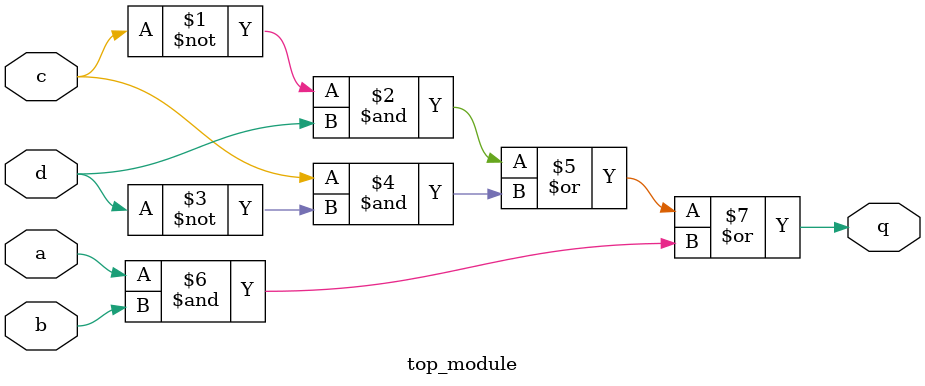
<source format=sv>
module top_module (
    input a,
    input b,
    input c,
    input d,
    output q
);

    assign q = (~c & d) | (c & ~d) | (a & b);

endmodule

</source>
